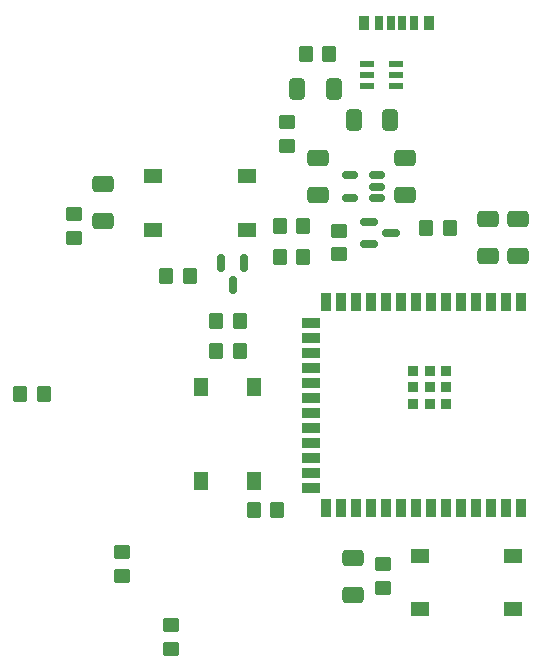
<source format=gbr>
%TF.GenerationSoftware,KiCad,Pcbnew,8.0.8*%
%TF.CreationDate,2025-03-03T07:56:09-06:00*%
%TF.ProjectId,Final Project V1,46696e61-6c20-4507-926f-6a6563742056,rev?*%
%TF.SameCoordinates,Original*%
%TF.FileFunction,Paste,Top*%
%TF.FilePolarity,Positive*%
%FSLAX46Y46*%
G04 Gerber Fmt 4.6, Leading zero omitted, Abs format (unit mm)*
G04 Created by KiCad (PCBNEW 8.0.8) date 2025-03-03 07:56:09*
%MOMM*%
%LPD*%
G01*
G04 APERTURE LIST*
G04 Aperture macros list*
%AMRoundRect*
0 Rectangle with rounded corners*
0 $1 Rounding radius*
0 $2 $3 $4 $5 $6 $7 $8 $9 X,Y pos of 4 corners*
0 Add a 4 corners polygon primitive as box body*
4,1,4,$2,$3,$4,$5,$6,$7,$8,$9,$2,$3,0*
0 Add four circle primitives for the rounded corners*
1,1,$1+$1,$2,$3*
1,1,$1+$1,$4,$5*
1,1,$1+$1,$6,$7*
1,1,$1+$1,$8,$9*
0 Add four rect primitives between the rounded corners*
20,1,$1+$1,$2,$3,$4,$5,0*
20,1,$1+$1,$4,$5,$6,$7,0*
20,1,$1+$1,$6,$7,$8,$9,0*
20,1,$1+$1,$8,$9,$2,$3,0*%
G04 Aperture macros list end*
%ADD10RoundRect,0.250000X0.350000X0.450000X-0.350000X0.450000X-0.350000X-0.450000X0.350000X-0.450000X0*%
%ADD11RoundRect,0.150000X-0.150000X0.587500X-0.150000X-0.587500X0.150000X-0.587500X0.150000X0.587500X0*%
%ADD12RoundRect,0.072500X0.532500X0.217500X-0.532500X0.217500X-0.532500X-0.217500X0.532500X-0.217500X0*%
%ADD13RoundRect,0.250000X-0.350000X-0.450000X0.350000X-0.450000X0.350000X0.450000X-0.350000X0.450000X0*%
%ADD14R,1.300000X1.550000*%
%ADD15R,0.900000X1.500000*%
%ADD16R,1.500000X0.900000*%
%ADD17R,0.900000X0.900000*%
%ADD18RoundRect,0.250000X-0.450000X0.350000X-0.450000X-0.350000X0.450000X-0.350000X0.450000X0.350000X0*%
%ADD19RoundRect,0.250000X0.650000X-0.412500X0.650000X0.412500X-0.650000X0.412500X-0.650000X-0.412500X0*%
%ADD20RoundRect,0.250000X0.450000X-0.350000X0.450000X0.350000X-0.450000X0.350000X-0.450000X-0.350000X0*%
%ADD21R,0.700000X1.150000*%
%ADD22R,0.800000X1.150000*%
%ADD23R,0.900000X1.150000*%
%ADD24R,1.550000X1.300000*%
%ADD25RoundRect,0.150000X-0.587500X-0.150000X0.587500X-0.150000X0.587500X0.150000X-0.587500X0.150000X0*%
%ADD26RoundRect,0.250000X-0.650000X0.412500X-0.650000X-0.412500X0.650000X-0.412500X0.650000X0.412500X0*%
%ADD27RoundRect,0.250000X-0.412500X-0.650000X0.412500X-0.650000X0.412500X0.650000X-0.412500X0.650000X0*%
%ADD28RoundRect,0.250000X0.412500X0.650000X-0.412500X0.650000X-0.412500X-0.650000X0.412500X-0.650000X0*%
%ADD29RoundRect,0.150000X0.512500X0.150000X-0.512500X0.150000X-0.512500X-0.150000X0.512500X-0.150000X0*%
G04 APERTURE END LIST*
D10*
%TO.C,R3*%
X187200000Y-105400000D03*
X185200000Y-105400000D03*
%TD*%
D11*
%TO.C,Q2*%
X187550000Y-97925000D03*
X185650000Y-97925000D03*
X186600000Y-99800000D03*
%TD*%
D12*
%TO.C,U3*%
X200455000Y-82950000D03*
X200455000Y-82000000D03*
X200455000Y-81050000D03*
X197945000Y-81050000D03*
X197945000Y-82000000D03*
X197945000Y-82950000D03*
%TD*%
D13*
%TO.C,R12*%
X190600000Y-97400000D03*
X192600000Y-97400000D03*
%TD*%
D14*
%TO.C,SW3*%
X188400000Y-108450000D03*
X188400000Y-116400000D03*
X183900000Y-108450000D03*
X183900000Y-116400000D03*
%TD*%
D15*
%TO.C,U2*%
X211000000Y-118700000D03*
X209730000Y-118700000D03*
X208460000Y-118700000D03*
X207190000Y-118700000D03*
X205920000Y-118700000D03*
X204650000Y-118700000D03*
X203380000Y-118700000D03*
X202110000Y-118700000D03*
X200840000Y-118700000D03*
X199570000Y-118700000D03*
X198300000Y-118700000D03*
X197030000Y-118700000D03*
X195760000Y-118700000D03*
X194490000Y-118700000D03*
D16*
X193240000Y-116935000D03*
X193240000Y-115665000D03*
X193240000Y-114395000D03*
X193240000Y-113125000D03*
X193240000Y-111855000D03*
X193240000Y-110585000D03*
X193240000Y-109315000D03*
X193240000Y-108045000D03*
X193240000Y-106775000D03*
X193240000Y-105505000D03*
X193240000Y-104235000D03*
X193240000Y-102965000D03*
D15*
X194490000Y-101200000D03*
X195760000Y-101200000D03*
X197030000Y-101200000D03*
X198300000Y-101200000D03*
X199570000Y-101200000D03*
X200840000Y-101200000D03*
X202110000Y-101200000D03*
X203380000Y-101200000D03*
X204650000Y-101200000D03*
X205920000Y-101200000D03*
X207190000Y-101200000D03*
X208460000Y-101200000D03*
X209730000Y-101200000D03*
X211000000Y-101200000D03*
D17*
X201880000Y-109850000D03*
X203280000Y-109850000D03*
X204680000Y-109850000D03*
X201880000Y-108450000D03*
X203280000Y-108450000D03*
X204680000Y-108450000D03*
X201880000Y-107050000D03*
X203280000Y-107050000D03*
X204680000Y-107050000D03*
%TD*%
D18*
%TO.C,R9*%
X173200000Y-93800000D03*
X173200000Y-95800000D03*
%TD*%
D19*
%TO.C,C1*%
X193800000Y-92162500D03*
X193800000Y-89037500D03*
%TD*%
%TO.C,C6*%
X196775000Y-126012500D03*
X196775000Y-122887500D03*
%TD*%
D20*
%TO.C,R10*%
X199375000Y-125450000D03*
X199375000Y-123450000D03*
%TD*%
D21*
%TO.C,USB-C1*%
X200980000Y-77605000D03*
D22*
X198960000Y-77605000D03*
D23*
X197730000Y-77605000D03*
D21*
X199980000Y-77605000D03*
D22*
X202000000Y-77605000D03*
D23*
X203230000Y-77605000D03*
%TD*%
D24*
%TO.C,SW1*%
X179850000Y-90600000D03*
X187800000Y-90600000D03*
X179850000Y-95100000D03*
X187800000Y-95100000D03*
%TD*%
D13*
%TO.C,R6*%
X185200000Y-102800000D03*
X187200000Y-102800000D03*
%TD*%
D20*
%TO.C,R8*%
X177200000Y-124400000D03*
X177200000Y-122400000D03*
%TD*%
D25*
%TO.C,Q1*%
X198125000Y-94450000D03*
X198125000Y-96350000D03*
X200000000Y-95400000D03*
%TD*%
D20*
%TO.C,R5*%
X181400000Y-130600000D03*
X181400000Y-128600000D03*
%TD*%
D13*
%TO.C,R14*%
X203000000Y-95000000D03*
X205000000Y-95000000D03*
%TD*%
D26*
%TO.C,C5*%
X208200000Y-94237500D03*
X208200000Y-97362500D03*
%TD*%
D13*
%TO.C,R15*%
X190600000Y-94800000D03*
X192600000Y-94800000D03*
%TD*%
D27*
%TO.C,C4*%
X196837500Y-85800000D03*
X199962500Y-85800000D03*
%TD*%
D13*
%TO.C,R7*%
X168600000Y-109000000D03*
X170600000Y-109000000D03*
%TD*%
D18*
%TO.C,R11*%
X195600000Y-95200000D03*
X195600000Y-97200000D03*
%TD*%
D13*
%TO.C,R1*%
X192800000Y-80200000D03*
X194800000Y-80200000D03*
%TD*%
D19*
%TO.C,C2*%
X201200000Y-92162500D03*
X201200000Y-89037500D03*
%TD*%
D18*
%TO.C,R2*%
X191200000Y-86000000D03*
X191200000Y-88000000D03*
%TD*%
D10*
%TO.C,R13*%
X183000000Y-99000000D03*
X181000000Y-99000000D03*
%TD*%
D19*
%TO.C,C9*%
X175600000Y-94362500D03*
X175600000Y-91237500D03*
%TD*%
D28*
%TO.C,C3*%
X195162500Y-83200000D03*
X192037500Y-83200000D03*
%TD*%
D24*
%TO.C,SW2*%
X202425000Y-122750000D03*
X210375000Y-122750000D03*
X202425000Y-127250000D03*
X210375000Y-127250000D03*
%TD*%
D29*
%TO.C,U1*%
X198800000Y-92400000D03*
X198800000Y-91450000D03*
X198800000Y-90500000D03*
X196525000Y-90500000D03*
X196525000Y-92400000D03*
%TD*%
D26*
%TO.C,C10*%
X210800000Y-94237500D03*
X210800000Y-97362500D03*
%TD*%
D10*
%TO.C,R4*%
X190400000Y-118800000D03*
X188400000Y-118800000D03*
%TD*%
M02*

</source>
